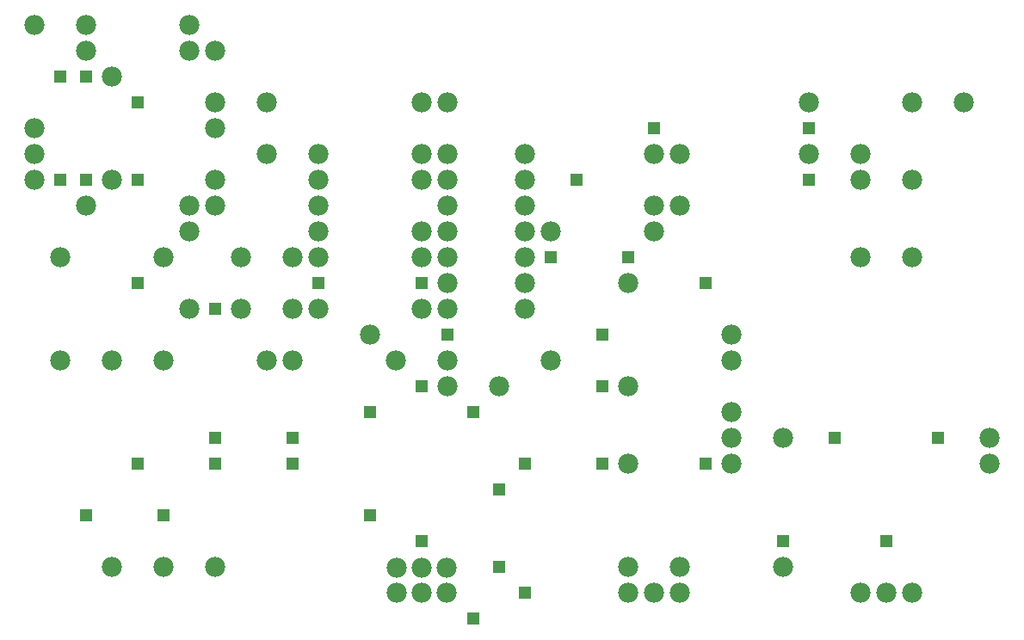
<source format=gts>
G75*
%MOIN*%
%OFA0B0*%
%FSLAX25Y25*%
%IPPOS*%
%LPD*%
%AMOC8*
5,1,8,0,0,1.08239X$1,22.5*
%
%ADD10C,0.07800*%
%ADD11R,0.04762X0.04762*%
D10*
X0102595Y0088933D03*
X0122595Y0088933D03*
X0142595Y0088933D03*
X0212910Y0088618D03*
X0222595Y0088618D03*
X0222595Y0078933D03*
X0212910Y0078933D03*
X0232280Y0078933D03*
X0232280Y0088618D03*
X0302595Y0088933D03*
X0302595Y0078933D03*
X0312595Y0078933D03*
X0322595Y0078933D03*
X0322595Y0088933D03*
X0362595Y0088933D03*
X0392595Y0078933D03*
X0402595Y0078933D03*
X0412595Y0078933D03*
X0442595Y0128933D03*
X0442595Y0138933D03*
X0362595Y0138933D03*
X0342595Y0138933D03*
X0342595Y0128933D03*
X0342595Y0148933D03*
X0342595Y0168933D03*
X0342595Y0178933D03*
X0302595Y0158933D03*
X0272595Y0168933D03*
X0252595Y0158933D03*
X0232595Y0158933D03*
X0232595Y0168933D03*
X0212595Y0168933D03*
X0202595Y0178933D03*
X0182595Y0188933D03*
X0172595Y0188933D03*
X0152595Y0188933D03*
X0132595Y0188933D03*
X0122595Y0208933D03*
X0132595Y0218933D03*
X0132595Y0228933D03*
X0142595Y0228933D03*
X0142595Y0238933D03*
X0162595Y0248933D03*
X0182595Y0248933D03*
X0182595Y0238933D03*
X0182595Y0228933D03*
X0182595Y0218933D03*
X0182595Y0208933D03*
X0172595Y0208933D03*
X0152595Y0208933D03*
X0102595Y0238933D03*
X0092595Y0228933D03*
X0072595Y0238933D03*
X0072595Y0248933D03*
X0072595Y0258933D03*
X0102595Y0278933D03*
X0092595Y0288933D03*
X0092595Y0298933D03*
X0072595Y0298933D03*
X0132595Y0298933D03*
X0132595Y0288933D03*
X0142595Y0288933D03*
X0142595Y0268933D03*
X0142595Y0258933D03*
X0162595Y0268933D03*
X0222595Y0268933D03*
X0232595Y0268933D03*
X0232595Y0248933D03*
X0222595Y0248933D03*
X0222595Y0238933D03*
X0232595Y0238933D03*
X0232595Y0228933D03*
X0232595Y0218933D03*
X0222595Y0218933D03*
X0222595Y0208933D03*
X0232595Y0208933D03*
X0232595Y0198933D03*
X0232595Y0188933D03*
X0222595Y0188933D03*
X0262595Y0188933D03*
X0262595Y0198933D03*
X0262595Y0208933D03*
X0262595Y0218933D03*
X0272595Y0218933D03*
X0262595Y0228933D03*
X0262595Y0238933D03*
X0262595Y0248933D03*
X0312595Y0248933D03*
X0322595Y0248933D03*
X0322595Y0228933D03*
X0312595Y0228933D03*
X0312595Y0218933D03*
X0302595Y0198933D03*
X0372595Y0248933D03*
X0392595Y0248933D03*
X0392595Y0238933D03*
X0412595Y0238933D03*
X0412595Y0208933D03*
X0392595Y0208933D03*
X0372595Y0268933D03*
X0412595Y0268933D03*
X0432595Y0268933D03*
X0302595Y0128933D03*
X0172595Y0168933D03*
X0162595Y0168933D03*
X0122595Y0168933D03*
X0102595Y0168933D03*
X0082595Y0168933D03*
X0082595Y0208933D03*
D11*
X0112595Y0198933D03*
X0142595Y0188933D03*
X0182595Y0198933D03*
X0222595Y0198933D03*
X0232595Y0178933D03*
X0222595Y0158933D03*
X0202595Y0148933D03*
X0172595Y0138933D03*
X0172595Y0128933D03*
X0202595Y0108933D03*
X0222595Y0098933D03*
X0252595Y0088933D03*
X0262595Y0078933D03*
X0242595Y0068933D03*
X0252595Y0118933D03*
X0262595Y0128933D03*
X0242595Y0148933D03*
X0292595Y0158933D03*
X0292595Y0178933D03*
X0332595Y0198933D03*
X0302595Y0208933D03*
X0272595Y0208933D03*
X0282595Y0238933D03*
X0312595Y0258933D03*
X0372595Y0258933D03*
X0372595Y0238933D03*
X0382595Y0138933D03*
X0422595Y0138933D03*
X0402595Y0098933D03*
X0362595Y0098933D03*
X0332595Y0128933D03*
X0292595Y0128933D03*
X0142595Y0128933D03*
X0142595Y0138933D03*
X0112595Y0128933D03*
X0122595Y0108933D03*
X0092595Y0108933D03*
X0142595Y0228933D03*
X0112595Y0238933D03*
X0102595Y0238933D03*
X0102595Y0238933D03*
X0092595Y0238933D03*
X0082595Y0238933D03*
X0112595Y0268933D03*
X0092595Y0278933D03*
X0082595Y0278933D03*
M02*

</source>
